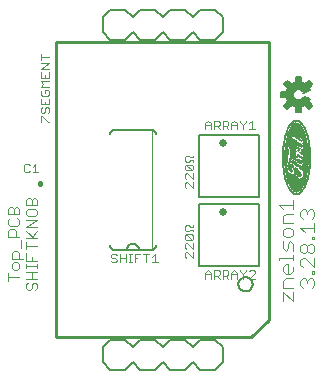
<source format=gto>
G75*
G70*
%OFA0B0*%
%FSLAX24Y24*%
%IPPOS*%
%LPD*%
%AMOC8*
5,1,8,0,0,1.08239X$1,22.5*
%
%ADD10C,0.0040*%
%ADD11R,0.0010X0.0240*%
%ADD12R,0.0010X0.0550*%
%ADD13R,0.0010X0.0710*%
%ADD14R,0.0010X0.0860*%
%ADD15R,0.0010X0.1010*%
%ADD16R,0.0010X0.0450*%
%ADD17R,0.0010X0.0340*%
%ADD18R,0.0010X0.0300*%
%ADD19R,0.0010X0.0310*%
%ADD20R,0.0010X0.0270*%
%ADD21R,0.0010X0.0250*%
%ADD22R,0.0010X0.0540*%
%ADD23R,0.0010X0.0210*%
%ADD24R,0.0010X0.0690*%
%ADD25R,0.0010X0.0170*%
%ADD26R,0.0010X0.0830*%
%ADD27R,0.0010X0.0180*%
%ADD28R,0.0010X0.0150*%
%ADD29R,0.0010X0.0970*%
%ADD30R,0.0010X0.0160*%
%ADD31R,0.0010X0.1100*%
%ADD32R,0.0010X0.1230*%
%ADD33R,0.0010X0.0140*%
%ADD34R,0.0010X0.1330*%
%ADD35R,0.0010X0.1390*%
%ADD36R,0.0010X0.0130*%
%ADD37R,0.0010X0.1470*%
%ADD38R,0.0010X0.0120*%
%ADD39R,0.0010X0.1560*%
%ADD40R,0.0010X0.0110*%
%ADD41R,0.0010X0.1610*%
%ADD42R,0.0010X0.0100*%
%ADD43R,0.0010X0.1670*%
%ADD44R,0.0010X0.1720*%
%ADD45R,0.0010X0.1770*%
%ADD46R,0.0010X0.0090*%
%ADD47R,0.0010X0.1810*%
%ADD48R,0.0010X0.0080*%
%ADD49R,0.0010X0.0260*%
%ADD50R,0.0010X0.0400*%
%ADD51R,0.0010X0.0230*%
%ADD52R,0.0010X0.0050*%
%ADD53R,0.0010X0.0070*%
%ADD54R,0.0010X0.0320*%
%ADD55R,0.0010X0.0010*%
%ADD56R,0.0010X0.0040*%
%ADD57R,0.0010X0.0330*%
%ADD58R,0.0010X0.0020*%
%ADD59R,0.0010X0.0200*%
%ADD60R,0.0010X0.0030*%
%ADD61R,0.0010X0.0410*%
%ADD62R,0.0010X0.0060*%
%ADD63R,0.0010X0.0420*%
%ADD64R,0.0010X0.0360*%
%ADD65R,0.0010X0.0370*%
%ADD66R,0.0010X0.0380*%
%ADD67R,0.0010X0.0430*%
%ADD68R,0.0010X0.0390*%
%ADD69R,0.0010X0.0440*%
%ADD70R,0.0010X0.0190*%
%ADD71R,0.0010X0.0560*%
%ADD72R,0.0010X0.0220*%
%ADD73R,0.0010X0.0460*%
%ADD74R,0.0010X0.0470*%
%ADD75R,0.0010X0.0490*%
%ADD76R,0.0010X0.0500*%
%ADD77R,0.0010X0.0510*%
%ADD78R,0.0010X0.0520*%
%ADD79R,0.0010X0.0530*%
%ADD80R,0.0010X0.0750*%
%ADD81R,0.0010X0.0740*%
%ADD82R,0.0010X0.0730*%
%ADD83R,0.0010X0.0840*%
%ADD84R,0.0010X0.0670*%
%ADD85R,0.0010X0.0650*%
%ADD86R,0.0010X0.0480*%
%ADD87R,0.0010X0.0620*%
%ADD88R,0.0010X0.0700*%
%ADD89R,0.0010X0.0610*%
%ADD90R,0.0010X0.0590*%
%ADD91R,0.0010X0.0580*%
%ADD92R,0.0010X0.1140*%
%ADD93R,0.0010X0.1130*%
%ADD94R,0.0010X0.1200*%
%ADD95R,0.0010X0.0780*%
%ADD96R,0.0010X0.0290*%
%ADD97R,0.0010X0.0640*%
%ADD98R,0.0010X0.0570*%
%ADD99R,0.0010X0.0280*%
%ADD100R,0.0010X0.0350*%
%ADD101R,0.0010X0.0850*%
%ADD102R,0.0010X0.0880*%
%ADD103R,0.0010X0.0900*%
%ADD104R,0.0010X0.1240*%
%ADD105R,0.0010X0.1110*%
%ADD106R,0.0010X0.0870*%
%ADD107R,0.0010X0.0720*%
%ADD108C,0.0030*%
%ADD109C,0.0100*%
%ADD110C,0.0080*%
%ADD111C,0.0060*%
%ADD112C,0.0020*%
%ADD113C,0.0160*%
%ADD114C,0.0250*%
%ADD115C,0.0059*%
D10*
X032523Y024280D02*
X032523Y024587D01*
X032830Y024280D01*
X032830Y024587D01*
X032830Y024741D02*
X032523Y024741D01*
X032523Y024971D01*
X032600Y025048D01*
X032830Y025048D01*
X032753Y025201D02*
X032600Y025201D01*
X032523Y025278D01*
X032523Y025431D01*
X032600Y025508D01*
X032677Y025508D01*
X032677Y025201D01*
X032753Y025201D02*
X032830Y025278D01*
X032830Y025431D01*
X032830Y025661D02*
X032830Y025815D01*
X032830Y025738D02*
X032370Y025738D01*
X032370Y025661D01*
X032600Y025968D02*
X032523Y026045D01*
X032523Y026275D01*
X032677Y026199D02*
X032677Y026045D01*
X032600Y025968D01*
X032830Y025968D02*
X032830Y026199D01*
X032753Y026275D01*
X032677Y026199D01*
X032753Y026429D02*
X032830Y026506D01*
X032830Y026659D01*
X032753Y026736D01*
X032600Y026736D01*
X032523Y026659D01*
X032523Y026506D01*
X032600Y026429D01*
X032753Y026429D01*
X033090Y026733D02*
X033550Y026733D01*
X033550Y026886D02*
X033550Y026579D01*
X033550Y026426D02*
X033550Y026349D01*
X033473Y026349D01*
X033473Y026426D01*
X033550Y026426D01*
X033473Y026196D02*
X033550Y026119D01*
X033550Y025965D01*
X033473Y025889D01*
X033397Y025889D01*
X033320Y025965D01*
X033320Y026119D01*
X033397Y026196D01*
X033473Y026196D01*
X033320Y026119D02*
X033243Y026196D01*
X033166Y026196D01*
X033090Y026119D01*
X033090Y025965D01*
X033166Y025889D01*
X033243Y025889D01*
X033320Y025965D01*
X033243Y025735D02*
X033166Y025735D01*
X033090Y025658D01*
X033090Y025505D01*
X033166Y025428D01*
X033243Y025735D02*
X033550Y025428D01*
X033550Y025735D01*
X033550Y025275D02*
X033550Y025198D01*
X033473Y025198D01*
X033473Y025275D01*
X033550Y025275D01*
X033473Y025045D02*
X033550Y024968D01*
X033550Y024814D01*
X033473Y024738D01*
X033320Y024891D02*
X033320Y024968D01*
X033397Y025045D01*
X033473Y025045D01*
X033320Y024968D02*
X033243Y025045D01*
X033166Y025045D01*
X033090Y024968D01*
X033090Y024814D01*
X033166Y024738D01*
X033243Y026579D02*
X033090Y026733D01*
X032830Y026889D02*
X032523Y026889D01*
X032523Y027119D01*
X032600Y027196D01*
X032830Y027196D01*
X032830Y027350D02*
X032830Y027657D01*
X032830Y027503D02*
X032370Y027503D01*
X032523Y027350D01*
X033090Y027270D02*
X033166Y027347D01*
X033243Y027347D01*
X033320Y027270D01*
X033397Y027347D01*
X033473Y027347D01*
X033550Y027270D01*
X033550Y027116D01*
X033473Y027040D01*
X033320Y027193D02*
X033320Y027270D01*
X033090Y027270D02*
X033090Y027116D01*
X033166Y027040D01*
D11*
X033010Y028565D03*
X033000Y028575D03*
X033450Y029075D03*
D12*
X033440Y029070D03*
X032590Y029070D03*
X032990Y029960D03*
X033000Y029960D03*
X033020Y029950D03*
D13*
X033430Y029070D03*
D14*
X033420Y029075D03*
D15*
X033410Y029070D03*
X032540Y029070D03*
D16*
X032770Y028300D03*
X033040Y028150D03*
X033400Y028730D03*
X033400Y029420D03*
X033080Y029970D03*
X032880Y029980D03*
X032690Y029650D03*
D17*
X033390Y029525D03*
X033390Y028625D03*
X033160Y028215D03*
X032670Y028505D03*
D18*
X032750Y028745D03*
X032740Y028755D03*
X033210Y028715D03*
X033380Y028565D03*
D19*
X033210Y028300D03*
X033200Y028280D03*
X033380Y029580D03*
D20*
X033370Y029640D03*
X033370Y028510D03*
D21*
X033360Y028450D03*
X033200Y028710D03*
X032500Y029070D03*
X033360Y029700D03*
D22*
X032980Y029965D03*
X032720Y029695D03*
X033360Y029075D03*
X032850Y028245D03*
X032960Y028175D03*
D23*
X033050Y028540D03*
X032980Y028600D03*
X032970Y028610D03*
X032960Y028610D03*
X033190Y028720D03*
X033350Y028400D03*
X032580Y028470D03*
X033180Y029270D03*
X033190Y029270D03*
X033350Y029750D03*
X032580Y029680D03*
D24*
X032760Y029710D03*
X032840Y029350D03*
X032850Y029350D03*
X032860Y029340D03*
X032870Y029340D03*
X032600Y029070D03*
X033350Y029070D03*
D25*
X033150Y029270D03*
X033140Y029270D03*
X032700Y029260D03*
X032610Y029800D03*
X033090Y028520D03*
X033340Y028350D03*
X032610Y028350D03*
D26*
X032610Y029070D03*
X033340Y029070D03*
D27*
X033160Y029265D03*
X033340Y029795D03*
D28*
X033320Y029870D03*
X033070Y029500D03*
X032630Y029870D03*
X032760Y029010D03*
X032920Y028880D03*
X032620Y028310D03*
X032630Y028280D03*
X032640Y028250D03*
X032650Y028220D03*
X033300Y028220D03*
X033310Y028250D03*
X033320Y028280D03*
X033330Y028310D03*
D29*
X033330Y029070D03*
X032620Y029070D03*
D30*
X033130Y029275D03*
X033330Y029835D03*
X032620Y029835D03*
D31*
X033320Y029075D03*
D32*
X033310Y029070D03*
D33*
X033210Y029005D03*
X033090Y028935D03*
X033080Y028945D03*
X033070Y028945D03*
X033060Y028945D03*
X032950Y028865D03*
X033100Y028515D03*
X033290Y028195D03*
X033280Y028175D03*
X033100Y029485D03*
X033080Y029495D03*
X033060Y029505D03*
X033050Y029505D03*
X033310Y029895D03*
X033300Y029925D03*
X032650Y029925D03*
X032640Y029895D03*
D34*
X032650Y029070D03*
X033300Y029070D03*
D35*
X033290Y029070D03*
D36*
X033200Y029020D03*
X033110Y028930D03*
X033100Y028930D03*
X033050Y028950D03*
X033040Y028960D03*
X033030Y028960D03*
X032960Y028850D03*
X033180Y028680D03*
X032950Y029420D03*
X033040Y029510D03*
X033090Y029490D03*
X033110Y029480D03*
X033290Y029950D03*
X033280Y029970D03*
X032660Y028190D03*
D37*
X033280Y029070D03*
D38*
X033120Y028925D03*
X033020Y028965D03*
X032970Y028835D03*
X033120Y028735D03*
X033170Y028685D03*
X033110Y028505D03*
X032800Y028645D03*
X032790Y028645D03*
X032780Y028645D03*
X032780Y028795D03*
X033040Y029325D03*
X033120Y029475D03*
X033030Y029515D03*
X033020Y029525D03*
X033270Y029995D03*
X033260Y030015D03*
X032660Y029955D03*
X033270Y028155D03*
D39*
X033270Y029075D03*
D40*
X033190Y029030D03*
X033180Y029040D03*
X033130Y028920D03*
X033060Y028770D03*
X033080Y028760D03*
X033090Y028750D03*
X033110Y028740D03*
X033130Y028730D03*
X033140Y028720D03*
X032980Y028830D03*
X032880Y028730D03*
X032810Y028780D03*
X032790Y028790D03*
X032810Y028640D03*
X032750Y029000D03*
X032950Y029090D03*
X033050Y029320D03*
X033130Y029470D03*
X033260Y028130D03*
X032670Y028160D03*
D41*
X033260Y029070D03*
D42*
X033140Y028915D03*
X033010Y028965D03*
X032990Y028815D03*
X033000Y028805D03*
X033020Y028795D03*
X033050Y028775D03*
X033070Y028765D03*
X033100Y028745D03*
X033150Y028705D03*
X033160Y028695D03*
X033120Y028505D03*
X032860Y028745D03*
X032850Y028755D03*
X032840Y028765D03*
X032830Y028775D03*
X032820Y028775D03*
X032800Y028785D03*
X033060Y029315D03*
X032960Y029415D03*
X033010Y029525D03*
X033210Y029505D03*
X032670Y029985D03*
X032680Y030005D03*
X032690Y030025D03*
X032700Y030045D03*
X032710Y030065D03*
X032720Y030085D03*
X032730Y030105D03*
X033240Y030055D03*
X033250Y030035D03*
X033250Y028105D03*
X033240Y028085D03*
X033230Y028065D03*
X032730Y028035D03*
X032720Y028055D03*
X032680Y028135D03*
D43*
X033250Y029070D03*
D44*
X033240Y029075D03*
D45*
X033230Y029070D03*
D46*
X033170Y029050D03*
X033160Y029060D03*
X033150Y029070D03*
X033140Y029070D03*
X033130Y029080D03*
X032960Y029090D03*
X033010Y028800D03*
X033030Y028790D03*
X033040Y028780D03*
X032870Y028740D03*
X032820Y028630D03*
X032690Y028120D03*
X032700Y028100D03*
X032710Y028080D03*
X032740Y028020D03*
X033210Y028030D03*
X033220Y028050D03*
X033140Y029460D03*
X033000Y029530D03*
X033230Y030080D03*
D47*
X033220Y029070D03*
D48*
X033120Y029085D03*
X033110Y029095D03*
X033100Y029105D03*
X033090Y029105D03*
X033080Y029115D03*
X033000Y028975D03*
X032870Y028885D03*
X032890Y028695D03*
X032830Y028625D03*
X033150Y028915D03*
X032970Y029415D03*
X033150Y029455D03*
X033100Y029665D03*
X033090Y029665D03*
X033080Y029675D03*
X033220Y030095D03*
X033210Y030115D03*
X033180Y030165D03*
X032750Y030145D03*
X032740Y030125D03*
X032750Y028005D03*
X033180Y027985D03*
X033190Y027995D03*
X033200Y028015D03*
D49*
X032560Y028585D03*
X032780Y029045D03*
X033210Y029285D03*
X032560Y029565D03*
D50*
X032850Y029975D03*
X033180Y029865D03*
X033190Y029845D03*
X033200Y029825D03*
X033210Y029805D03*
D51*
X033200Y029270D03*
X032570Y029620D03*
X032570Y028530D03*
X032990Y028590D03*
X033020Y028560D03*
D52*
X032910Y028650D03*
X032820Y028910D03*
X032810Y028920D03*
X032990Y029080D03*
X033020Y029150D03*
X033040Y029140D03*
X033110Y029230D03*
X033010Y029390D03*
X033000Y029400D03*
X033200Y029520D03*
X033080Y030270D03*
X033060Y030280D03*
X033040Y030290D03*
X033030Y030290D03*
X033010Y030300D03*
X033000Y030300D03*
X032990Y030300D03*
X032980Y030300D03*
X032970Y030300D03*
X032960Y030300D03*
X032950Y030300D03*
X032940Y030300D03*
X032920Y030290D03*
X032910Y030290D03*
X032890Y030280D03*
X032870Y030270D03*
X032870Y027880D03*
X032890Y027870D03*
X032910Y027860D03*
X032920Y027860D03*
X032940Y027850D03*
X032950Y027850D03*
X032990Y027850D03*
X033000Y027850D03*
X033010Y027850D03*
X033030Y027860D03*
X033040Y027860D03*
X033060Y027870D03*
X033080Y027880D03*
D53*
X033160Y027960D03*
X033170Y027970D03*
X032760Y027990D03*
X032860Y028890D03*
X032910Y028910D03*
X032970Y029090D03*
X033060Y029130D03*
X033070Y029120D03*
X033120Y029240D03*
X033070Y029310D03*
X032980Y029410D03*
X033110Y029650D03*
X033200Y030130D03*
X033190Y030150D03*
X033170Y030180D03*
X033160Y030190D03*
X032760Y030160D03*
X032740Y029000D03*
D54*
X032690Y029235D03*
X033190Y028265D03*
X033180Y028245D03*
D55*
X033160Y028810D03*
X032970Y029000D03*
X032960Y029000D03*
X033020Y029070D03*
X032980Y029250D03*
X033010Y029280D03*
X033190Y029530D03*
X032990Y029610D03*
X032980Y029610D03*
X032880Y028850D03*
D56*
X032860Y028965D03*
X032850Y028965D03*
X032840Y028965D03*
X032730Y028995D03*
X032690Y028795D03*
X032840Y028615D03*
X032930Y028725D03*
X033180Y028795D03*
X033130Y028495D03*
X032980Y027845D03*
X032970Y027845D03*
X032960Y027845D03*
X033010Y029165D03*
X033030Y029375D03*
X033020Y029385D03*
X032960Y029605D03*
X033150Y029625D03*
D57*
X033170Y028230D03*
D58*
X033170Y028805D03*
X033010Y029075D03*
X033090Y029225D03*
X033020Y029275D03*
X032970Y029255D03*
X033120Y029345D03*
X032820Y028975D03*
D59*
X033170Y029265D03*
X032590Y029725D03*
X033060Y028535D03*
X033070Y028535D03*
X032590Y028425D03*
D60*
X032830Y028970D03*
X032870Y028960D03*
X032950Y029000D03*
X032980Y028990D03*
X033000Y029080D03*
X033000Y029170D03*
X032960Y029260D03*
X033030Y029280D03*
X033080Y029310D03*
X033100Y029230D03*
X033170Y029450D03*
X033160Y029610D03*
X032970Y029610D03*
D61*
X033170Y029880D03*
X032740Y028340D03*
X033090Y028160D03*
D62*
X033150Y027945D03*
X033140Y027935D03*
X033130Y027925D03*
X033120Y027915D03*
X033110Y027905D03*
X033100Y027895D03*
X033090Y027885D03*
X033070Y027875D03*
X033050Y027865D03*
X033020Y027855D03*
X032930Y027855D03*
X032900Y027865D03*
X032880Y027875D03*
X032860Y027885D03*
X032850Y027895D03*
X032840Y027905D03*
X032830Y027915D03*
X032820Y027925D03*
X032810Y027935D03*
X032800Y027945D03*
X032790Y027955D03*
X032780Y027965D03*
X032770Y027975D03*
X032900Y028675D03*
X032940Y028705D03*
X032950Y028695D03*
X032850Y028895D03*
X032840Y028895D03*
X032830Y028905D03*
X032800Y028925D03*
X032990Y028985D03*
X032980Y029085D03*
X033030Y029145D03*
X033050Y029135D03*
X032950Y029255D03*
X032990Y029405D03*
X032990Y029535D03*
X032950Y029605D03*
X033120Y029645D03*
X033130Y029635D03*
X033140Y029635D03*
X033160Y029455D03*
X033160Y028915D03*
X033150Y030205D03*
X033140Y030215D03*
X033130Y030225D03*
X033120Y030235D03*
X033110Y030245D03*
X033100Y030255D03*
X033090Y030265D03*
X033070Y030275D03*
X033050Y030285D03*
X033020Y030295D03*
X032930Y030295D03*
X032900Y030285D03*
X032880Y030275D03*
X032860Y030265D03*
X032850Y030255D03*
X032840Y030245D03*
X032830Y030235D03*
X032820Y030225D03*
X032810Y030215D03*
X032800Y030205D03*
X032790Y030195D03*
X032780Y030185D03*
X032770Y030175D03*
D63*
X032860Y029975D03*
X033140Y029925D03*
X033150Y029905D03*
X033160Y029895D03*
X032750Y028325D03*
X033070Y028155D03*
X033080Y028155D03*
D64*
X033150Y028205D03*
X032710Y028395D03*
X032660Y028555D03*
X032550Y029465D03*
D65*
X032830Y029970D03*
X032550Y028680D03*
X033140Y028190D03*
D66*
X033130Y028185D03*
X033120Y028175D03*
X033110Y028175D03*
X032720Y028375D03*
X032940Y028985D03*
D67*
X032940Y029430D03*
X033130Y029930D03*
X033120Y029940D03*
X033110Y029950D03*
X032870Y029980D03*
X033060Y028150D03*
D68*
X033100Y028170D03*
X032730Y028360D03*
X032840Y029970D03*
D69*
X033090Y029965D03*
X033100Y029955D03*
X032760Y028315D03*
X033050Y028155D03*
D70*
X033080Y028530D03*
X032700Y028780D03*
X032600Y028390D03*
X032600Y029760D03*
D71*
X033010Y029955D03*
X033030Y029945D03*
X033040Y029935D03*
X033050Y029935D03*
X033060Y029925D03*
X033070Y029925D03*
X032860Y028235D03*
D72*
X033040Y028545D03*
X033030Y028555D03*
X032770Y029035D03*
D73*
X032780Y028285D03*
X033030Y028145D03*
X032890Y029975D03*
D74*
X032900Y029980D03*
X033020Y028150D03*
D75*
X033010Y028150D03*
X032800Y028270D03*
X032920Y029980D03*
D76*
X032930Y029975D03*
X033000Y028155D03*
D77*
X032990Y028160D03*
X032810Y028260D03*
X032710Y029680D03*
D78*
X032940Y029975D03*
X032950Y029975D03*
X032820Y028255D03*
X032980Y028165D03*
D79*
X032970Y028170D03*
X032840Y028250D03*
X032830Y028250D03*
X032960Y029970D03*
X032970Y029970D03*
D80*
X032920Y028290D03*
X032950Y028280D03*
D81*
X032940Y028275D03*
D82*
X032930Y028280D03*
X032770Y029710D03*
D83*
X032930Y029225D03*
D84*
X032920Y029320D03*
X032910Y029320D03*
D85*
X032910Y028250D03*
D86*
X032790Y028275D03*
X032700Y029665D03*
X032910Y029975D03*
D87*
X032900Y028245D03*
D88*
X032900Y029315D03*
X032890Y029315D03*
X032880Y029325D03*
X032830Y029355D03*
D89*
X032740Y029700D03*
X032890Y028240D03*
D90*
X032880Y028240D03*
D91*
X032870Y028235D03*
D92*
X032820Y029575D03*
D93*
X032810Y029570D03*
X032800Y029550D03*
D94*
X032790Y029505D03*
D95*
X032780Y029695D03*
D96*
X032730Y028770D03*
X032760Y028740D03*
X032770Y028730D03*
D97*
X032750Y029705D03*
D98*
X032730Y029700D03*
X032510Y029070D03*
D99*
X032710Y028805D03*
X032720Y028785D03*
D100*
X032680Y028470D03*
X032690Y028440D03*
X032700Y028410D03*
D101*
X032680Y029430D03*
D102*
X032670Y029375D03*
D103*
X032660Y029315D03*
D104*
X032640Y029075D03*
D105*
X032630Y029070D03*
D106*
X032530Y029070D03*
D107*
X032520Y029075D03*
D108*
X031572Y030015D02*
X031378Y030015D01*
X031475Y030015D02*
X031475Y030305D01*
X031378Y030208D01*
X031277Y030257D02*
X031277Y030305D01*
X031277Y030257D02*
X031180Y030160D01*
X031180Y030015D01*
X031180Y030160D02*
X031084Y030257D01*
X031084Y030305D01*
X030982Y030208D02*
X030982Y030015D01*
X030982Y030160D02*
X030789Y030160D01*
X030789Y030208D02*
X030886Y030305D01*
X030982Y030208D01*
X030789Y030208D02*
X030789Y030015D01*
X030688Y030015D02*
X030591Y030112D01*
X030639Y030112D02*
X030494Y030112D01*
X030494Y030015D02*
X030494Y030305D01*
X030639Y030305D01*
X030688Y030257D01*
X030688Y030160D01*
X030639Y030112D01*
X030393Y030160D02*
X030345Y030112D01*
X030200Y030112D01*
X030296Y030112D02*
X030393Y030015D01*
X030393Y030160D02*
X030393Y030257D01*
X030345Y030305D01*
X030200Y030305D01*
X030200Y030015D01*
X030098Y030015D02*
X030098Y030208D01*
X030002Y030305D01*
X029905Y030208D01*
X029905Y030015D01*
X029905Y030160D02*
X030098Y030160D01*
X029515Y029132D02*
X029515Y029084D01*
X029418Y029084D01*
X029370Y029132D01*
X029273Y029132D01*
X029225Y029084D01*
X029225Y028987D01*
X029273Y028939D01*
X029370Y028939D01*
X029418Y028987D01*
X029515Y028987D01*
X029515Y028939D01*
X029467Y028838D02*
X029515Y028789D01*
X029515Y028693D01*
X029467Y028644D01*
X029273Y028838D01*
X029467Y028838D01*
X029467Y028644D02*
X029273Y028644D01*
X029225Y028693D01*
X029225Y028789D01*
X029273Y028838D01*
X029273Y028543D02*
X029225Y028495D01*
X029225Y028398D01*
X029273Y028350D01*
X029273Y028248D02*
X029225Y028200D01*
X029225Y028103D01*
X029273Y028055D01*
X029273Y028248D02*
X029322Y028248D01*
X029515Y028055D01*
X029515Y028248D01*
X029515Y028350D02*
X029322Y028543D01*
X029273Y028543D01*
X029515Y028543D02*
X029515Y028350D01*
X029515Y026812D02*
X029515Y026764D01*
X029418Y026764D01*
X029370Y026812D01*
X029273Y026812D01*
X029225Y026764D01*
X029225Y026667D01*
X029273Y026619D01*
X029370Y026619D01*
X029418Y026667D01*
X029515Y026667D01*
X029515Y026619D01*
X029467Y026518D02*
X029515Y026469D01*
X029515Y026373D01*
X029467Y026324D01*
X029273Y026518D01*
X029467Y026518D01*
X029467Y026324D02*
X029273Y026324D01*
X029225Y026373D01*
X029225Y026469D01*
X029273Y026518D01*
X029273Y026223D02*
X029225Y026175D01*
X029225Y026078D01*
X029273Y026030D01*
X029273Y025928D02*
X029225Y025880D01*
X029225Y025783D01*
X029273Y025735D01*
X029273Y025928D02*
X029322Y025928D01*
X029515Y025735D01*
X029515Y025928D01*
X029515Y026030D02*
X029322Y026223D01*
X029273Y026223D01*
X029515Y026223D02*
X029515Y026030D01*
X030002Y025325D02*
X029905Y025228D01*
X029905Y025035D01*
X029905Y025180D02*
X030098Y025180D01*
X030098Y025228D02*
X030098Y025035D01*
X030200Y025035D02*
X030200Y025325D01*
X030345Y025325D01*
X030393Y025277D01*
X030393Y025180D01*
X030345Y025132D01*
X030200Y025132D01*
X030296Y025132D02*
X030393Y025035D01*
X030494Y025035D02*
X030494Y025325D01*
X030639Y025325D01*
X030688Y025277D01*
X030688Y025180D01*
X030639Y025132D01*
X030494Y025132D01*
X030591Y025132D02*
X030688Y025035D01*
X030789Y025035D02*
X030789Y025228D01*
X030886Y025325D01*
X030982Y025228D01*
X030982Y025035D01*
X030982Y025180D02*
X030789Y025180D01*
X031084Y025277D02*
X031180Y025180D01*
X031180Y025035D01*
X031180Y025180D02*
X031277Y025277D01*
X031277Y025325D01*
X031378Y025277D02*
X031427Y025325D01*
X031523Y025325D01*
X031572Y025277D01*
X031572Y025228D01*
X031378Y025035D01*
X031572Y025035D01*
X031084Y025277D02*
X031084Y025325D01*
X030098Y025228D02*
X030002Y025325D01*
X028344Y025575D02*
X028150Y025575D01*
X028247Y025575D02*
X028247Y025865D01*
X028150Y025768D01*
X028049Y025865D02*
X027855Y025865D01*
X027952Y025865D02*
X027952Y025575D01*
X027657Y025720D02*
X027561Y025720D01*
X027561Y025575D02*
X027561Y025865D01*
X027754Y025865D01*
X027461Y025865D02*
X027364Y025865D01*
X027413Y025865D02*
X027413Y025575D01*
X027461Y025575D02*
X027364Y025575D01*
X027263Y025575D02*
X027263Y025865D01*
X027263Y025720D02*
X027070Y025720D01*
X026968Y025672D02*
X026968Y025623D01*
X026920Y025575D01*
X026823Y025575D01*
X026775Y025623D01*
X026823Y025720D02*
X026920Y025720D01*
X026968Y025672D01*
X027070Y025575D02*
X027070Y025865D01*
X026968Y025817D02*
X026920Y025865D01*
X026823Y025865D01*
X026775Y025817D01*
X026775Y025768D01*
X026823Y025720D01*
X024315Y025641D02*
X023945Y025641D01*
X023945Y025888D01*
X023945Y026009D02*
X023945Y026256D01*
X023945Y026378D02*
X024315Y026378D01*
X024192Y026378D02*
X023945Y026625D01*
X023945Y026746D02*
X024315Y026993D01*
X023945Y026993D01*
X024006Y027114D02*
X024253Y027114D01*
X024315Y027176D01*
X024315Y027300D01*
X024253Y027361D01*
X024006Y027361D01*
X023945Y027300D01*
X023945Y027176D01*
X024006Y027114D01*
X023715Y027176D02*
X023715Y027361D01*
X023653Y027423D01*
X023592Y027423D01*
X023530Y027361D01*
X023530Y027176D01*
X023653Y027054D02*
X023715Y026993D01*
X023715Y026869D01*
X023653Y026807D01*
X023406Y026807D01*
X023345Y026869D01*
X023345Y026993D01*
X023406Y027054D01*
X023345Y027176D02*
X023345Y027361D01*
X023406Y027423D01*
X023468Y027423D01*
X023530Y027361D01*
X023715Y027176D02*
X023345Y027176D01*
X023406Y026686D02*
X023530Y026686D01*
X023592Y026624D01*
X023592Y026439D01*
X023715Y026439D02*
X023345Y026439D01*
X023345Y026624D01*
X023406Y026686D01*
X023777Y026318D02*
X023777Y026071D01*
X023653Y025949D02*
X023715Y025888D01*
X023715Y025703D01*
X023838Y025703D02*
X023468Y025703D01*
X023468Y025888D01*
X023530Y025949D01*
X023653Y025949D01*
X023945Y026133D02*
X024315Y026133D01*
X024130Y026439D02*
X024315Y026625D01*
X024315Y026746D02*
X023945Y026746D01*
X023945Y027483D02*
X023945Y027668D01*
X024006Y027730D01*
X024068Y027730D01*
X024130Y027668D01*
X024130Y027483D01*
X024130Y027668D02*
X024192Y027730D01*
X024253Y027730D01*
X024315Y027668D01*
X024315Y027483D01*
X023945Y027483D01*
X023913Y028575D02*
X024010Y028575D01*
X024058Y028623D01*
X024160Y028575D02*
X024353Y028575D01*
X024256Y028575D02*
X024256Y028865D01*
X024160Y028768D01*
X024058Y028817D02*
X024010Y028865D01*
X023913Y028865D01*
X023865Y028817D01*
X023865Y028623D01*
X023913Y028575D01*
X024425Y030255D02*
X024425Y030448D01*
X024473Y030448D01*
X024667Y030255D01*
X024715Y030255D01*
X024667Y030550D02*
X024715Y030598D01*
X024715Y030695D01*
X024667Y030743D01*
X024618Y030743D01*
X024570Y030695D01*
X024570Y030598D01*
X024522Y030550D01*
X024473Y030550D01*
X024425Y030598D01*
X024425Y030695D01*
X024473Y030743D01*
X024425Y030844D02*
X024715Y030844D01*
X024715Y031038D01*
X024667Y031139D02*
X024715Y031187D01*
X024715Y031284D01*
X024667Y031332D01*
X024570Y031332D01*
X024570Y031236D01*
X024473Y031332D02*
X024425Y031284D01*
X024425Y031187D01*
X024473Y031139D01*
X024667Y031139D01*
X024570Y030941D02*
X024570Y030844D01*
X024425Y030844D02*
X024425Y031038D01*
X024425Y031434D02*
X024522Y031530D01*
X024425Y031627D01*
X024715Y031627D01*
X024715Y031728D02*
X024715Y031922D01*
X024715Y032023D02*
X024425Y032023D01*
X024715Y032216D01*
X024425Y032216D01*
X024425Y032318D02*
X024425Y032511D01*
X024425Y032414D02*
X024715Y032414D01*
X024425Y031922D02*
X024425Y031728D01*
X024715Y031728D01*
X024570Y031728D02*
X024570Y031825D01*
X024715Y031434D02*
X024425Y031434D01*
X024130Y025765D02*
X024130Y025641D01*
X024315Y025519D02*
X024315Y025396D01*
X024315Y025457D02*
X023945Y025457D01*
X023945Y025396D02*
X023945Y025519D01*
X023715Y025519D02*
X023653Y025581D01*
X023530Y025581D01*
X023468Y025519D01*
X023468Y025396D01*
X023530Y025334D01*
X023653Y025334D01*
X023715Y025396D01*
X023715Y025519D01*
X023945Y025274D02*
X024315Y025274D01*
X024130Y025274D02*
X024130Y025027D01*
X024192Y024906D02*
X024253Y024906D01*
X024315Y024844D01*
X024315Y024721D01*
X024253Y024659D01*
X024130Y024721D02*
X024068Y024659D01*
X024006Y024659D01*
X023945Y024721D01*
X023945Y024844D01*
X024006Y024906D01*
X023945Y025027D02*
X024315Y025027D01*
X024192Y024906D02*
X024130Y024844D01*
X024130Y024721D01*
X023715Y025089D02*
X023345Y025089D01*
X023345Y024966D02*
X023345Y025213D01*
D109*
X024957Y023079D02*
X031453Y023079D01*
X032043Y023669D01*
X032043Y032921D01*
X024957Y032921D01*
X024957Y023079D01*
D110*
X026500Y022250D02*
X026750Y022000D01*
X027250Y022000D01*
X027500Y022250D01*
X027750Y022000D01*
X028250Y022000D01*
X028500Y022250D01*
X028750Y022000D01*
X029250Y022000D01*
X029500Y022250D01*
X029750Y022000D01*
X030250Y022000D01*
X030500Y022250D01*
X030500Y022750D01*
X030250Y023000D01*
X029750Y023000D01*
X029500Y022750D01*
X029250Y023000D01*
X028750Y023000D01*
X028500Y022750D01*
X028250Y023000D01*
X027750Y023000D01*
X027500Y022750D01*
X027250Y023000D01*
X026750Y023000D01*
X026500Y022750D01*
X026500Y022250D01*
X029692Y025461D02*
X029692Y027539D01*
X031708Y027539D01*
X031708Y025461D01*
X029692Y025461D01*
X031020Y024850D02*
X031022Y024880D01*
X031028Y024910D01*
X031037Y024939D01*
X031050Y024966D01*
X031067Y024991D01*
X031086Y025014D01*
X031109Y025035D01*
X031134Y025052D01*
X031160Y025066D01*
X031189Y025076D01*
X031218Y025083D01*
X031248Y025086D01*
X031279Y025085D01*
X031309Y025080D01*
X031338Y025071D01*
X031365Y025059D01*
X031391Y025044D01*
X031415Y025025D01*
X031436Y025003D01*
X031454Y024979D01*
X031469Y024952D01*
X031480Y024924D01*
X031488Y024895D01*
X031492Y024865D01*
X031492Y024835D01*
X031488Y024805D01*
X031480Y024776D01*
X031469Y024748D01*
X031454Y024721D01*
X031436Y024697D01*
X031415Y024675D01*
X031391Y024656D01*
X031365Y024641D01*
X031338Y024629D01*
X031309Y024620D01*
X031279Y024615D01*
X031248Y024614D01*
X031218Y024617D01*
X031189Y024624D01*
X031160Y024634D01*
X031134Y024648D01*
X031109Y024665D01*
X031086Y024686D01*
X031067Y024709D01*
X031050Y024734D01*
X031037Y024761D01*
X031028Y024790D01*
X031022Y024820D01*
X031020Y024850D01*
X031708Y027761D02*
X029692Y027761D01*
X029692Y029839D01*
X031708Y029839D01*
X031708Y027761D01*
X030250Y033000D02*
X029750Y033000D01*
X029500Y033250D01*
X029250Y033000D01*
X028750Y033000D01*
X028500Y033250D01*
X028250Y033000D01*
X027750Y033000D01*
X027500Y033250D01*
X027250Y033000D01*
X026750Y033000D01*
X026500Y033250D01*
X026500Y033750D01*
X026750Y034000D01*
X027250Y034000D01*
X027500Y033750D01*
X027750Y034000D01*
X028250Y034000D01*
X028500Y033750D01*
X028750Y034000D01*
X029250Y034000D01*
X029500Y033750D01*
X029750Y034000D01*
X030250Y034000D01*
X030500Y033750D01*
X030500Y033250D01*
X030250Y033000D01*
D111*
X028120Y030000D02*
X026880Y030000D01*
X026857Y029998D01*
X026834Y029993D01*
X026812Y029984D01*
X026792Y029971D01*
X026774Y029956D01*
X026759Y029938D01*
X026746Y029918D01*
X026737Y029896D01*
X026732Y029873D01*
X026730Y029850D01*
X028120Y030000D02*
X028143Y029998D01*
X028166Y029993D01*
X028188Y029984D01*
X028208Y029971D01*
X028226Y029956D01*
X028241Y029938D01*
X028254Y029918D01*
X028263Y029896D01*
X028268Y029873D01*
X028270Y029850D01*
X028270Y026150D02*
X028268Y026127D01*
X028263Y026104D01*
X028254Y026082D01*
X028241Y026062D01*
X028226Y026044D01*
X028208Y026029D01*
X028188Y026016D01*
X028166Y026007D01*
X028143Y026002D01*
X028120Y026000D01*
X027700Y026000D01*
X027300Y026000D01*
X026880Y026000D01*
X026857Y026002D01*
X026834Y026007D01*
X026812Y026016D01*
X026792Y026029D01*
X026774Y026044D01*
X026759Y026062D01*
X026746Y026082D01*
X026737Y026104D01*
X026732Y026127D01*
X026730Y026150D01*
X027300Y026000D02*
X027302Y026027D01*
X027307Y026054D01*
X027317Y026080D01*
X027329Y026104D01*
X027345Y026126D01*
X027363Y026146D01*
X027385Y026163D01*
X027408Y026178D01*
X027433Y026188D01*
X027459Y026196D01*
X027486Y026200D01*
X027514Y026200D01*
X027541Y026196D01*
X027567Y026188D01*
X027592Y026178D01*
X027615Y026163D01*
X027637Y026146D01*
X027655Y026126D01*
X027671Y026104D01*
X027683Y026080D01*
X027693Y026054D01*
X027698Y026027D01*
X027700Y026000D01*
D112*
X028130Y026000D02*
X028130Y030000D01*
D113*
X024400Y028212D02*
X024400Y028188D01*
D114*
X030512Y027250D03*
X030512Y029550D03*
D115*
X032555Y030806D02*
X032676Y030955D01*
X032645Y031015D01*
X032624Y031079D01*
X032434Y031098D01*
X032434Y031242D01*
X032624Y031261D01*
X032645Y031325D01*
X032676Y031385D01*
X032555Y031534D01*
X032656Y031635D01*
X032805Y031514D01*
X032865Y031545D01*
X032929Y031566D01*
X032948Y031756D01*
X033092Y031756D01*
X033111Y031566D01*
X033175Y031545D01*
X033235Y031514D01*
X033384Y031635D01*
X033485Y031534D01*
X033364Y031385D01*
X033395Y031325D01*
X033191Y031241D01*
X033169Y031279D01*
X033139Y031311D01*
X033102Y031335D01*
X033060Y031350D01*
X033016Y031354D01*
X032972Y031348D01*
X032931Y031332D01*
X032895Y031306D01*
X032867Y031272D01*
X032847Y031233D01*
X032837Y031190D01*
X032837Y031146D01*
X032848Y031103D01*
X032869Y031064D01*
X032898Y031031D01*
X032935Y031006D01*
X032976Y030991D01*
X033020Y030985D01*
X033063Y030991D01*
X033104Y031006D01*
X033140Y031030D01*
X033169Y031062D01*
X033191Y031099D01*
X033395Y031015D01*
X033364Y030955D01*
X033485Y030806D01*
X033384Y030705D01*
X033235Y030826D01*
X033175Y030795D01*
X033111Y030774D01*
X033092Y030584D01*
X032948Y030584D01*
X032929Y030774D01*
X032865Y030795D01*
X032805Y030826D01*
X032656Y030705D01*
X032555Y030806D01*
X032580Y030781D02*
X032750Y030781D01*
X032679Y030723D02*
X032638Y030723D01*
X032581Y030838D02*
X033459Y030838D01*
X033460Y030781D02*
X033290Y030781D01*
X033361Y030723D02*
X033402Y030723D01*
X033412Y030896D02*
X032628Y030896D01*
X032675Y030954D02*
X033365Y030954D01*
X033393Y031011D02*
X033112Y031011D01*
X033173Y031069D02*
X033265Y031069D01*
X033192Y031241D02*
X033190Y031241D01*
X033150Y031299D02*
X033331Y031299D01*
X033379Y031356D02*
X032661Y031356D01*
X032652Y031414D02*
X033388Y031414D01*
X033435Y031472D02*
X032605Y031472D01*
X032558Y031529D02*
X032787Y031529D01*
X032833Y031529D02*
X033207Y031529D01*
X033253Y031529D02*
X033482Y031529D01*
X033432Y031587D02*
X033324Y031587D01*
X033109Y031587D02*
X032931Y031587D01*
X032937Y031644D02*
X033103Y031644D01*
X033098Y031702D02*
X032943Y031702D01*
X032716Y031587D02*
X032608Y031587D01*
X032636Y031299D02*
X032889Y031299D01*
X032851Y031241D02*
X032434Y031241D01*
X032434Y031184D02*
X032837Y031184D01*
X032842Y031126D02*
X032434Y031126D01*
X032628Y031069D02*
X032866Y031069D01*
X032928Y031011D02*
X032647Y031011D01*
X032908Y030781D02*
X033132Y030781D01*
X033106Y030723D02*
X032934Y030723D01*
X032940Y030666D02*
X033100Y030666D01*
X033094Y030608D02*
X032946Y030608D01*
M02*

</source>
